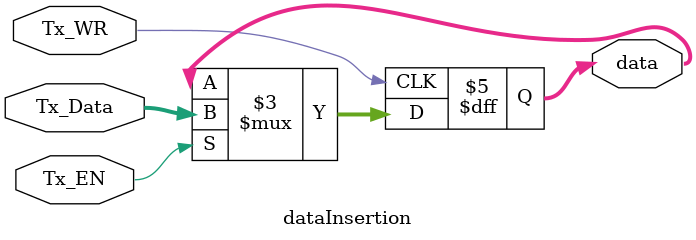
<source format=v>
`timescale 1ns / 1ps

module dataInsertion (Tx_EN, Tx_Data, Tx_WR, data);
  input Tx_EN;
  input [7:0] Tx_Data;
  input Tx_WR;
  output reg [7:0] data;
  
  always @ (posedge Tx_WR )
    begin
      if (Tx_EN == 1)
        data <= Tx_Data;
    end
 
endmodule

</source>
